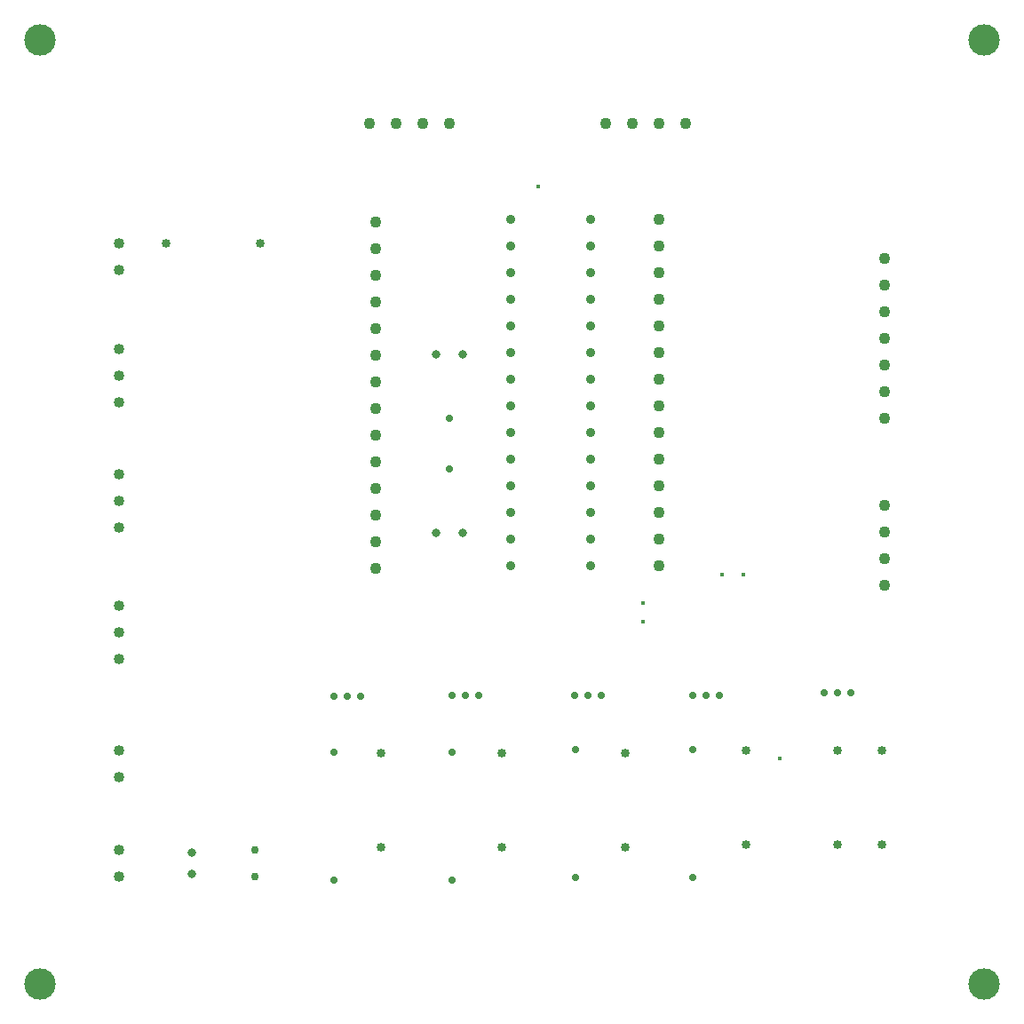
<source format=gbr>
%FSTAX23Y23*%
%MOIN*%
%SFA1B1*%

%IPPOS*%
%ADD62C,0.027559*%
%ADD63C,0.027559*%
%ADD64C,0.043307*%
%ADD65C,0.031496*%
%ADD66C,0.035433*%
%ADD67C,0.033465*%
%ADD68C,0.040157*%
%ADD69C,0.033465*%
%ADD70C,0.043307*%
%ADD71C,0.031496*%
%ADD72C,0.029527*%
%ADD73C,0.015748*%
%ADD74C,0.118110*%
%LNlamp_pth_drill-1*%
%LPD*%
G54D62*
X02647Y01076D03*
Y00596D03*
X01732Y0232D03*
Y02128D03*
X01299Y00587D03*
Y01066D03*
X01742Y00587D03*
Y01066D03*
X02204Y00596D03*
Y01076D03*
G54D63*
X03238Y01289D03*
X03188D03*
X0135Y01275D03*
X014D03*
X013D03*
X03138Y01289D03*
X01741Y01279D03*
X01791D03*
X01841D03*
X02646D03*
X02696D03*
X02746D03*
X02203D03*
X02253D03*
X02303D03*
G54D64*
X03366Y02319D03*
Y02419D03*
Y02619D03*
Y02819D03*
Y02919D03*
Y02719D03*
Y02519D03*
Y01891D03*
Y01991D03*
Y01791D03*
Y01691D03*
X02519Y01965D03*
Y02065D03*
Y02165D03*
Y02365D03*
Y02465D03*
Y02665D03*
Y02865D03*
Y03065D03*
Y02965D03*
Y02765D03*
Y02565D03*
Y02265D03*
Y01865D03*
Y01765D03*
X01456Y01957D03*
Y02057D03*
Y02157D03*
Y02357D03*
Y02457D03*
Y02657D03*
Y02857D03*
Y03057D03*
Y02957D03*
Y02757D03*
Y02557D03*
Y02257D03*
Y01857D03*
Y01757D03*
G54D65*
X01782Y01889D03*
X01682D03*
X01782Y02559D03*
X01682D03*
G54D66*
X01963Y03065D03*
Y02965D03*
Y02865D03*
Y02765D03*
Y02665D03*
Y02565D03*
Y02465D03*
Y02365D03*
Y02265D03*
Y02165D03*
Y02065D03*
Y01965D03*
Y01865D03*
Y01765D03*
X02263Y03065D03*
Y02965D03*
Y02865D03*
Y02765D03*
Y02665D03*
Y02565D03*
Y02465D03*
Y02365D03*
Y02265D03*
Y02165D03*
Y02065D03*
Y01965D03*
Y01865D03*
Y01765D03*
G54D67*
X01023Y02976D03*
X00669D03*
G54D68*
X00492Y02974D03*
Y02874D03*
Y0258D03*
Y0248D03*
Y0238D03*
Y02109D03*
Y02009D03*
Y01909D03*
Y01615D03*
Y01515D03*
Y01415D03*
Y00973D03*
Y01073D03*
Y00699D03*
Y00599D03*
G54D69*
X03188Y01072D03*
Y00718D03*
X03356Y01072D03*
Y00718D03*
X01476Y00708D03*
Y01062D03*
X01929Y00708D03*
Y01062D03*
X02844Y00718D03*
Y01072D03*
X02391Y00708D03*
Y01062D03*
G54D70*
X01733Y03425D03*
X01633D03*
X01433D03*
X01533D03*
X02619D03*
X02519D03*
X02319D03*
X02419D03*
G54D71*
X00767Y0061D03*
Y00688D03*
G54D72*
X01003Y00698D03*
Y006D03*
G54D73*
X0246Y01555D03*
Y01624D03*
X02066Y03188D03*
X02972Y01043D03*
X02834Y01732D03*
X02755D03*
G54D74*
X00196Y0374D03*
Y00196D03*
X0374D03*
Y0374D03*
M02*
</source>
